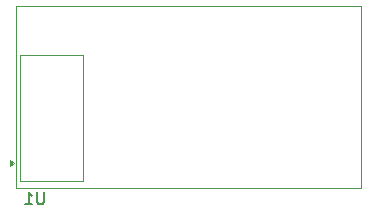
<source format=gbr>
%TF.GenerationSoftware,KiCad,Pcbnew,9.0.2*%
%TF.CreationDate,2025-07-28T12:51:29+08:00*%
%TF.ProjectId,PF-MKIII_Controller ,50462d4d-4b49-4494-995f-436f6e74726f,rev?*%
%TF.SameCoordinates,Original*%
%TF.FileFunction,Legend,Bot*%
%TF.FilePolarity,Positive*%
%FSLAX46Y46*%
G04 Gerber Fmt 4.6, Leading zero omitted, Abs format (unit mm)*
G04 Created by KiCad (PCBNEW 9.0.2) date 2025-07-28 12:51:29*
%MOMM*%
%LPD*%
G01*
G04 APERTURE LIST*
%ADD10C,0.150000*%
%ADD11C,0.120000*%
G04 APERTURE END LIST*
D10*
X202471904Y-100534819D02*
X202471904Y-101344342D01*
X202471904Y-101344342D02*
X202424285Y-101439580D01*
X202424285Y-101439580D02*
X202376666Y-101487200D01*
X202376666Y-101487200D02*
X202281428Y-101534819D01*
X202281428Y-101534819D02*
X202090952Y-101534819D01*
X202090952Y-101534819D02*
X201995714Y-101487200D01*
X201995714Y-101487200D02*
X201948095Y-101439580D01*
X201948095Y-101439580D02*
X201900476Y-101344342D01*
X201900476Y-101344342D02*
X201900476Y-100534819D01*
X200900476Y-101534819D02*
X201471904Y-101534819D01*
X201186190Y-101534819D02*
X201186190Y-100534819D01*
X201186190Y-100534819D02*
X201281428Y-100677676D01*
X201281428Y-100677676D02*
X201376666Y-100772914D01*
X201376666Y-100772914D02*
X201471904Y-100820533D01*
D11*
%TO.C,U1*%
X200110000Y-84730000D02*
X200110000Y-100180000D01*
X200110000Y-100180000D02*
X200110000Y-100180000D01*
X200110000Y-100180000D02*
X229310000Y-100180000D01*
X200440000Y-88936000D02*
X200440000Y-88936000D01*
X200440000Y-88936000D02*
X200440000Y-99604000D01*
X200440000Y-99604000D02*
X200440000Y-99604000D01*
X200440000Y-99604000D02*
X205774000Y-99604000D01*
X205774000Y-88936000D02*
X200440000Y-88936000D01*
X205774000Y-99604000D02*
X205774000Y-88936000D01*
X229310000Y-84730000D02*
X200110000Y-84730000D01*
X229310000Y-100180000D02*
X229310000Y-84730000D01*
X199910000Y-98080000D02*
X199574000Y-98320000D01*
X199574000Y-97840000D01*
X199910000Y-98080000D01*
G36*
X199910000Y-98080000D02*
G01*
X199574000Y-98320000D01*
X199574000Y-97840000D01*
X199910000Y-98080000D01*
G37*
%TD*%
M02*

</source>
